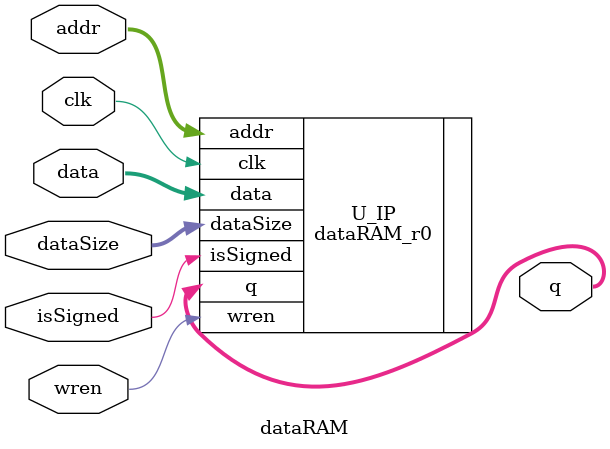
<source format=v>
/*
DESCRIPTION

NOTES

TODO

*/

module dataRAM #(
	parameter BIT_WIDTH = 32,
	parameter DELAY = 0,
	parameter ARCH_SEL = 0
)(
	input  clk,
	input  [BIT_WIDTH-1:0] data,
	input  [5:0] addr,
	input  wren,
	input  isSigned,
	input  [1:0] dataSize,
	
	output [BIT_WIDTH-1:0] q
);

/**********
 * Internal Signals
**********/

/**********
 * Glue Logic 
 **********/
/**********
 * Synchronous Logic
 **********/
/**********
 * Glue Logic 
 **********/
/**********
 * Components
 **********/
 	dataRAM_r0 #(
		.BIT_WIDTH(BIT_WIDTH),
		.DELAY(DELAY)
	)U_IP(
		.clk(clk),
		.data(data),
		.addr(addr), 
		.wren(wren),
		.isSigned(isSigned),
		.dataSize(dataSize),
		.q(q)
	);
 
/**********
 * Output Combinatorial Logic
 **********/
endmodule

</source>
